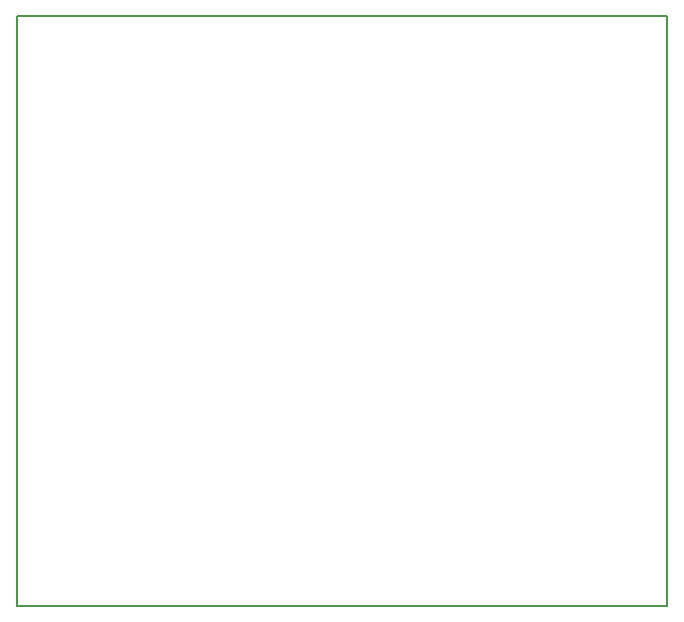
<source format=gbr>
G04 #@! TF.GenerationSoftware,KiCad,Pcbnew,5.1.6-c6e7f7d~87~ubuntu18.04.1*
G04 #@! TF.CreationDate,2020-08-30T23:35:35+09:00*
G04 #@! TF.ProjectId,csi-analogvideo-capture,6373692d-616e-4616-9c6f-67766964656f,rev?*
G04 #@! TF.SameCoordinates,PX55d4a80PY7270e00*
G04 #@! TF.FileFunction,Profile,NP*
%FSLAX46Y46*%
G04 Gerber Fmt 4.6, Leading zero omitted, Abs format (unit mm)*
G04 Created by KiCad (PCBNEW 5.1.6-c6e7f7d~87~ubuntu18.04.1) date 2020-08-30 23:35:35*
%MOMM*%
%LPD*%
G01*
G04 APERTURE LIST*
G04 #@! TA.AperFunction,Profile*
%ADD10C,0.150000*%
G04 #@! TD*
G04 APERTURE END LIST*
D10*
X0Y0D02*
X0Y50000000D01*
X55000000Y0D02*
X0Y0D01*
X55000000Y50000000D02*
X55000000Y0D01*
X0Y50000000D02*
X55000000Y50000000D01*
M02*

</source>
